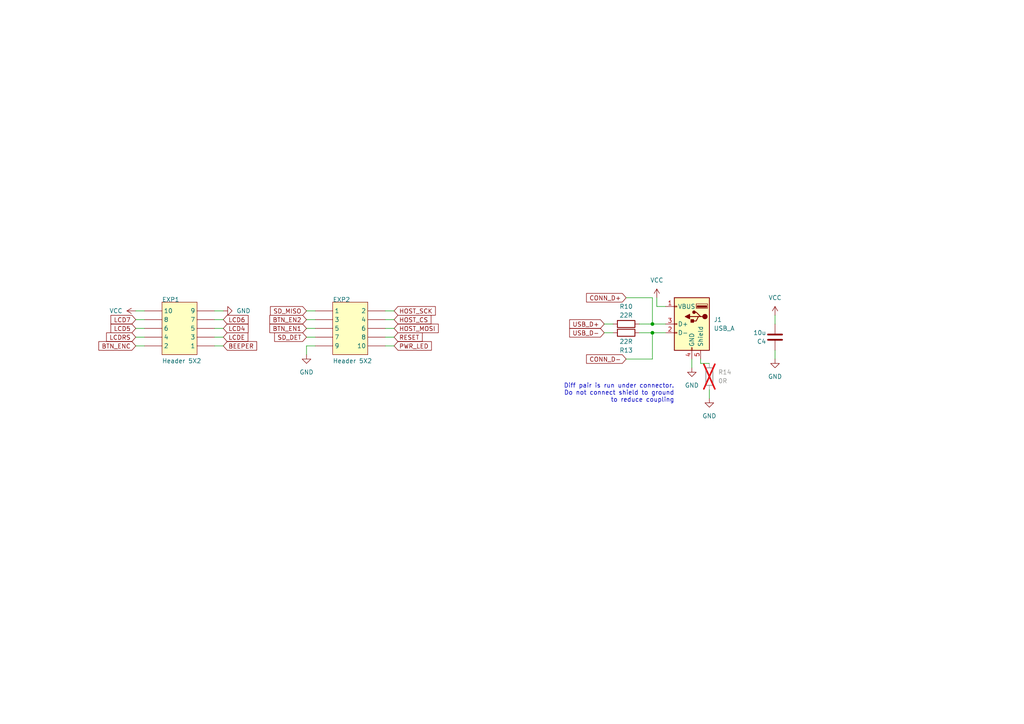
<source format=kicad_sch>
(kicad_sch (version 20230121) (generator eeschema)

  (uuid 18aed2d2-3cc0-4dab-af66-d42083ed95f5)

  (paper "A4")

  (lib_symbols
    (symbol "Connector:USB_A" (pin_names (offset 1.016)) (in_bom yes) (on_board yes)
      (property "Reference" "J" (at -5.08 11.43 0)
        (effects (font (size 1.27 1.27)) (justify left))
      )
      (property "Value" "USB_A" (at -5.08 8.89 0)
        (effects (font (size 1.27 1.27)) (justify left))
      )
      (property "Footprint" "" (at 3.81 -1.27 0)
        (effects (font (size 1.27 1.27)) hide)
      )
      (property "Datasheet" " ~" (at 3.81 -1.27 0)
        (effects (font (size 1.27 1.27)) hide)
      )
      (property "ki_keywords" "connector USB" (at 0 0 0)
        (effects (font (size 1.27 1.27)) hide)
      )
      (property "ki_description" "USB Type A connector" (at 0 0 0)
        (effects (font (size 1.27 1.27)) hide)
      )
      (property "ki_fp_filters" "USB*" (at 0 0 0)
        (effects (font (size 1.27 1.27)) hide)
      )
      (symbol "USB_A_0_1"
        (rectangle (start -5.08 -7.62) (end 5.08 7.62)
          (stroke (width 0.254) (type default))
          (fill (type background))
        )
        (circle (center -3.81 2.159) (radius 0.635)
          (stroke (width 0.254) (type default))
          (fill (type outline))
        )
        (rectangle (start -1.524 4.826) (end -4.318 5.334)
          (stroke (width 0) (type default))
          (fill (type outline))
        )
        (rectangle (start -1.27 4.572) (end -4.572 5.842)
          (stroke (width 0) (type default))
          (fill (type none))
        )
        (circle (center -0.635 3.429) (radius 0.381)
          (stroke (width 0.254) (type default))
          (fill (type outline))
        )
        (rectangle (start -0.127 -7.62) (end 0.127 -6.858)
          (stroke (width 0) (type default))
          (fill (type none))
        )
        (polyline
          (pts
            (xy -3.175 2.159)
            (xy -2.54 2.159)
            (xy -1.27 3.429)
            (xy -0.635 3.429)
          )
          (stroke (width 0.254) (type default))
          (fill (type none))
        )
        (polyline
          (pts
            (xy -2.54 2.159)
            (xy -1.905 2.159)
            (xy -1.27 0.889)
            (xy 0 0.889)
          )
          (stroke (width 0.254) (type default))
          (fill (type none))
        )
        (polyline
          (pts
            (xy 0.635 2.794)
            (xy 0.635 1.524)
            (xy 1.905 2.159)
            (xy 0.635 2.794)
          )
          (stroke (width 0.254) (type default))
          (fill (type outline))
        )
        (rectangle (start 0.254 1.27) (end -0.508 0.508)
          (stroke (width 0.254) (type default))
          (fill (type outline))
        )
        (rectangle (start 5.08 -2.667) (end 4.318 -2.413)
          (stroke (width 0) (type default))
          (fill (type none))
        )
        (rectangle (start 5.08 -0.127) (end 4.318 0.127)
          (stroke (width 0) (type default))
          (fill (type none))
        )
        (rectangle (start 5.08 4.953) (end 4.318 5.207)
          (stroke (width 0) (type default))
          (fill (type none))
        )
      )
      (symbol "USB_A_1_1"
        (polyline
          (pts
            (xy -1.905 2.159)
            (xy 0.635 2.159)
          )
          (stroke (width 0.254) (type default))
          (fill (type none))
        )
        (pin power_in line (at 7.62 5.08 180) (length 2.54)
          (name "VBUS" (effects (font (size 1.27 1.27))))
          (number "1" (effects (font (size 1.27 1.27))))
        )
        (pin bidirectional line (at 7.62 -2.54 180) (length 2.54)
          (name "D-" (effects (font (size 1.27 1.27))))
          (number "2" (effects (font (size 1.27 1.27))))
        )
        (pin bidirectional line (at 7.62 0 180) (length 2.54)
          (name "D+" (effects (font (size 1.27 1.27))))
          (number "3" (effects (font (size 1.27 1.27))))
        )
        (pin power_in line (at 0 -10.16 90) (length 2.54)
          (name "GND" (effects (font (size 1.27 1.27))))
          (number "4" (effects (font (size 1.27 1.27))))
        )
        (pin passive line (at -2.54 -10.16 90) (length 2.54)
          (name "Shield" (effects (font (size 1.27 1.27))))
          (number "5" (effects (font (size 1.27 1.27))))
        )
      )
    )
    (symbol "Device:C" (pin_numbers hide) (pin_names (offset 0.254)) (in_bom yes) (on_board yes)
      (property "Reference" "C" (at 0.635 2.54 0)
        (effects (font (size 1.27 1.27)) (justify left))
      )
      (property "Value" "C" (at 0.635 -2.54 0)
        (effects (font (size 1.27 1.27)) (justify left))
      )
      (property "Footprint" "" (at 0.9652 -3.81 0)
        (effects (font (size 1.27 1.27)) hide)
      )
      (property "Datasheet" "~" (at 0 0 0)
        (effects (font (size 1.27 1.27)) hide)
      )
      (property "ki_keywords" "cap capacitor" (at 0 0 0)
        (effects (font (size 1.27 1.27)) hide)
      )
      (property "ki_description" "Unpolarized capacitor" (at 0 0 0)
        (effects (font (size 1.27 1.27)) hide)
      )
      (property "ki_fp_filters" "C_*" (at 0 0 0)
        (effects (font (size 1.27 1.27)) hide)
      )
      (symbol "C_0_1"
        (polyline
          (pts
            (xy -2.032 -0.762)
            (xy 2.032 -0.762)
          )
          (stroke (width 0.508) (type default))
          (fill (type none))
        )
        (polyline
          (pts
            (xy -2.032 0.762)
            (xy 2.032 0.762)
          )
          (stroke (width 0.508) (type default))
          (fill (type none))
        )
      )
      (symbol "C_1_1"
        (pin passive line (at 0 3.81 270) (length 2.794)
          (name "~" (effects (font (size 1.27 1.27))))
          (number "1" (effects (font (size 1.27 1.27))))
        )
        (pin passive line (at 0 -3.81 90) (length 2.794)
          (name "~" (effects (font (size 1.27 1.27))))
          (number "2" (effects (font (size 1.27 1.27))))
        )
      )
    )
    (symbol "Device:R" (pin_numbers hide) (pin_names (offset 0)) (in_bom yes) (on_board yes)
      (property "Reference" "R" (at 2.032 0 90)
        (effects (font (size 1.27 1.27)))
      )
      (property "Value" "R" (at 0 0 90)
        (effects (font (size 1.27 1.27)))
      )
      (property "Footprint" "" (at -1.778 0 90)
        (effects (font (size 1.27 1.27)) hide)
      )
      (property "Datasheet" "~" (at 0 0 0)
        (effects (font (size 1.27 1.27)) hide)
      )
      (property "ki_keywords" "R res resistor" (at 0 0 0)
        (effects (font (size 1.27 1.27)) hide)
      )
      (property "ki_description" "Resistor" (at 0 0 0)
        (effects (font (size 1.27 1.27)) hide)
      )
      (property "ki_fp_filters" "R_*" (at 0 0 0)
        (effects (font (size 1.27 1.27)) hide)
      )
      (symbol "R_0_1"
        (rectangle (start -1.016 -2.54) (end 1.016 2.54)
          (stroke (width 0.254) (type default))
          (fill (type none))
        )
      )
      (symbol "R_1_1"
        (pin passive line (at 0 3.81 270) (length 1.27)
          (name "~" (effects (font (size 1.27 1.27))))
          (number "1" (effects (font (size 1.27 1.27))))
        )
        (pin passive line (at 0 -3.81 90) (length 1.27)
          (name "~" (effects (font (size 1.27 1.27))))
          (number "2" (effects (font (size 1.27 1.27))))
        )
      )
    )
    (symbol "power:GND" (power) (pin_names (offset 0)) (in_bom yes) (on_board yes)
      (property "Reference" "#PWR" (at 0 -6.35 0)
        (effects (font (size 1.27 1.27)) hide)
      )
      (property "Value" "GND" (at 0 -3.81 0)
        (effects (font (size 1.27 1.27)))
      )
      (property "Footprint" "" (at 0 0 0)
        (effects (font (size 1.27 1.27)) hide)
      )
      (property "Datasheet" "" (at 0 0 0)
        (effects (font (size 1.27 1.27)) hide)
      )
      (property "ki_keywords" "global power" (at 0 0 0)
        (effects (font (size 1.27 1.27)) hide)
      )
      (property "ki_description" "Power symbol creates a global label with name \"GND\" , ground" (at 0 0 0)
        (effects (font (size 1.27 1.27)) hide)
      )
      (symbol "GND_0_1"
        (polyline
          (pts
            (xy 0 0)
            (xy 0 -1.27)
            (xy 1.27 -1.27)
            (xy 0 -2.54)
            (xy -1.27 -1.27)
            (xy 0 -1.27)
          )
          (stroke (width 0) (type default))
          (fill (type none))
        )
      )
      (symbol "GND_1_1"
        (pin power_in line (at 0 0 270) (length 0) hide
          (name "GND" (effects (font (size 1.27 1.27))))
          (number "1" (effects (font (size 1.27 1.27))))
        )
      )
    )
    (symbol "power:VCC" (power) (pin_names (offset 0)) (in_bom yes) (on_board yes)
      (property "Reference" "#PWR" (at 0 -3.81 0)
        (effects (font (size 1.27 1.27)) hide)
      )
      (property "Value" "VCC" (at 0 3.81 0)
        (effects (font (size 1.27 1.27)))
      )
      (property "Footprint" "" (at 0 0 0)
        (effects (font (size 1.27 1.27)) hide)
      )
      (property "Datasheet" "" (at 0 0 0)
        (effects (font (size 1.27 1.27)) hide)
      )
      (property "ki_keywords" "global power" (at 0 0 0)
        (effects (font (size 1.27 1.27)) hide)
      )
      (property "ki_description" "Power symbol creates a global label with name \"VCC\"" (at 0 0 0)
        (effects (font (size 1.27 1.27)) hide)
      )
      (symbol "VCC_0_1"
        (polyline
          (pts
            (xy -0.762 1.27)
            (xy 0 2.54)
          )
          (stroke (width 0) (type default))
          (fill (type none))
        )
        (polyline
          (pts
            (xy 0 0)
            (xy 0 2.54)
          )
          (stroke (width 0) (type default))
          (fill (type none))
        )
        (polyline
          (pts
            (xy 0 2.54)
            (xy 0.762 1.27)
          )
          (stroke (width 0) (type default))
          (fill (type none))
        )
      )
      (symbol "VCC_1_1"
        (pin power_in line (at 0 0 90) (length 0) hide
          (name "VCC" (effects (font (size 1.27 1.27))))
          (number "1" (effects (font (size 1.27 1.27))))
        )
      )
    )
    (symbol "reprapdiscount_smart_controller-altium-import:root_0_Header 5X2" (in_bom yes) (on_board yes)
      (property "Reference" "" (at 0 0 0)
        (effects (font (size 1.27 1.27)))
      )
      (property "Value" "" (at 0 0 0)
        (effects (font (size 1.27 1.27)))
      )
      (property "Footprint" "" (at 0 0 0)
        (effects (font (size 1.27 1.27)) hide)
      )
      (property "Datasheet" "" (at 0 0 0)
        (effects (font (size 1.27 1.27)) hide)
      )
      (property "ki_description" "Header, 5-Pin, Dual row" (at 0 0 0)
        (effects (font (size 1.27 1.27)) hide)
      )
      (property "ki_fp_filters" "HDR2X5_exp" (at 0 0 0)
        (effects (font (size 1.27 1.27)) hide)
      )
      (symbol "root_0_Header 5X2_1_0"
        (rectangle (start 10.16 0) (end 0 -15.24)
          (stroke (width 0) (type solid))
          (fill (type background))
        )
        (pin passive line (at -5.08 -2.54 0) (length 5.08)
          (name "1" (effects (font (size 1.27 1.27))))
          (number "1" (effects (font (size 0 0))))
        )
        (pin passive line (at 15.24 -12.7 180) (length 5.08)
          (name "10" (effects (font (size 1.27 1.27))))
          (number "10" (effects (font (size 0 0))))
        )
        (pin passive line (at 15.24 -2.54 180) (length 5.08)
          (name "2" (effects (font (size 1.27 1.27))))
          (number "2" (effects (font (size 0 0))))
        )
        (pin passive line (at -5.08 -5.08 0) (length 5.08)
          (name "3" (effects (font (size 1.27 1.27))))
          (number "3" (effects (font (size 0 0))))
        )
        (pin passive line (at 15.24 -5.08 180) (length 5.08)
          (name "4" (effects (font (size 1.27 1.27))))
          (number "4" (effects (font (size 0 0))))
        )
        (pin passive line (at -5.08 -7.62 0) (length 5.08)
          (name "5" (effects (font (size 1.27 1.27))))
          (number "5" (effects (font (size 0 0))))
        )
        (pin passive line (at 15.24 -7.62 180) (length 5.08)
          (name "6" (effects (font (size 1.27 1.27))))
          (number "6" (effects (font (size 0 0))))
        )
        (pin passive line (at -5.08 -10.16 0) (length 5.08)
          (name "7" (effects (font (size 1.27 1.27))))
          (number "7" (effects (font (size 0 0))))
        )
        (pin passive line (at 15.24 -10.16 180) (length 5.08)
          (name "8" (effects (font (size 1.27 1.27))))
          (number "8" (effects (font (size 0 0))))
        )
        (pin passive line (at -5.08 -12.7 0) (length 5.08)
          (name "9" (effects (font (size 1.27 1.27))))
          (number "9" (effects (font (size 0 0))))
        )
      )
    )
    (symbol "reprapdiscount_smart_controller-altium-import:root_2_Header 5X2" (in_bom yes) (on_board yes)
      (property "Reference" "" (at 0 0 0)
        (effects (font (size 1.27 1.27)))
      )
      (property "Value" "" (at 0 0 0)
        (effects (font (size 1.27 1.27)))
      )
      (property "Footprint" "" (at 0 0 0)
        (effects (font (size 1.27 1.27)) hide)
      )
      (property "Datasheet" "" (at 0 0 0)
        (effects (font (size 1.27 1.27)) hide)
      )
      (property "ki_description" "Header, 5-Pin, Dual row" (at 0 0 0)
        (effects (font (size 1.27 1.27)) hide)
      )
      (property "ki_fp_filters" "HDR2X5_exp" (at 0 0 0)
        (effects (font (size 1.27 1.27)) hide)
      )
      (symbol "root_2_Header 5X2_1_0"
        (rectangle (start 0 15.24) (end -10.16 0)
          (stroke (width 0) (type solid))
          (fill (type background))
        )
        (pin passive line (at 5.08 2.54 180) (length 5.08)
          (name "1" (effects (font (size 1.27 1.27))))
          (number "1" (effects (font (size 0 0))))
        )
        (pin passive line (at -15.24 12.7 0) (length 5.08)
          (name "10" (effects (font (size 1.27 1.27))))
          (number "10" (effects (font (size 0 0))))
        )
        (pin passive line (at -15.24 2.54 0) (length 5.08)
          (name "2" (effects (font (size 1.27 1.27))))
          (number "2" (effects (font (size 0 0))))
        )
        (pin passive line (at 5.08 5.08 180) (length 5.08)
          (name "3" (effects (font (size 1.27 1.27))))
          (number "3" (effects (font (size 0 0))))
        )
        (pin passive line (at -15.24 5.08 0) (length 5.08)
          (name "4" (effects (font (size 1.27 1.27))))
          (number "4" (effects (font (size 0 0))))
        )
        (pin passive line (at 5.08 7.62 180) (length 5.08)
          (name "5" (effects (font (size 1.27 1.27))))
          (number "5" (effects (font (size 0 0))))
        )
        (pin passive line (at -15.24 7.62 0) (length 5.08)
          (name "6" (effects (font (size 1.27 1.27))))
          (number "6" (effects (font (size 0 0))))
        )
        (pin passive line (at 5.08 10.16 180) (length 5.08)
          (name "7" (effects (font (size 1.27 1.27))))
          (number "7" (effects (font (size 0 0))))
        )
        (pin passive line (at -15.24 10.16 0) (length 5.08)
          (name "8" (effects (font (size 1.27 1.27))))
          (number "8" (effects (font (size 0 0))))
        )
        (pin passive line (at 5.08 12.7 180) (length 5.08)
          (name "9" (effects (font (size 1.27 1.27))))
          (number "9" (effects (font (size 0 0))))
        )
      )
    )
  )

  (junction (at 189.23 93.98) (diameter 0) (color 0 0 0 0)
    (uuid 303b8f72-d5a9-4aee-9a86-a33d12a2c252)
  )
  (junction (at 189.23 96.52) (diameter 0) (color 0 0 0 0)
    (uuid 6a139a6d-3d28-48ee-8e9e-2c35f0243637)
  )

  (wire (pts (xy 88.9 100.33) (xy 88.9 102.87))
    (stroke (width 0) (type default))
    (uuid 02928ea1-dbb3-4913-9646-311a7e9af13d)
  )
  (wire (pts (xy 88.9 92.71) (xy 91.44 92.71))
    (stroke (width 0) (type default))
    (uuid 1e6dca7c-614b-49a3-9d53-c583e7136ca5)
  )
  (wire (pts (xy 189.23 96.52) (xy 193.04 96.52))
    (stroke (width 0) (type default))
    (uuid 2399a9bb-527b-4f37-9a09-0af06181257a)
  )
  (wire (pts (xy 189.23 86.36) (xy 181.61 86.36))
    (stroke (width 0) (type default))
    (uuid 45e25af1-bb1f-4df8-8c90-a50e69eda8f7)
  )
  (wire (pts (xy 185.42 96.52) (xy 189.23 96.52))
    (stroke (width 0) (type default))
    (uuid 46c37caf-e396-4d9d-b42d-9fa093ebdf46)
  )
  (wire (pts (xy 200.66 104.14) (xy 200.66 106.68))
    (stroke (width 0) (type default))
    (uuid 492efaa0-433b-4776-b573-4588fa38b353)
  )
  (wire (pts (xy 88.9 97.79) (xy 91.44 97.79))
    (stroke (width 0) (type default))
    (uuid 4b2b242c-d7dc-4ae7-acf6-33c4b8ee05d2)
  )
  (wire (pts (xy 205.74 105.41) (xy 203.2 105.41))
    (stroke (width 0) (type default))
    (uuid 5613b52f-ed52-40c8-9625-209d91d584cf)
  )
  (wire (pts (xy 189.23 93.98) (xy 189.23 86.36))
    (stroke (width 0) (type default))
    (uuid 61961db0-ff29-4cc6-887c-5dd38afb3357)
  )
  (wire (pts (xy 189.23 104.14) (xy 189.23 96.52))
    (stroke (width 0) (type default))
    (uuid 626271f6-aa3a-426a-8ddb-4a2786b63de2)
  )
  (wire (pts (xy 62.23 95.25) (xy 64.77 95.25))
    (stroke (width 0) (type default))
    (uuid 682b11dc-2272-4bc5-8b93-256a50d5bc0c)
  )
  (wire (pts (xy 175.26 96.52) (xy 177.8 96.52))
    (stroke (width 0) (type default))
    (uuid 72b7b561-1f1d-4ddf-9326-81333aee4e3c)
  )
  (wire (pts (xy 39.37 92.71) (xy 41.91 92.71))
    (stroke (width 0) (type default))
    (uuid 76613038-bd81-4c31-aff7-3b4fed24b078)
  )
  (wire (pts (xy 181.61 104.14) (xy 189.23 104.14))
    (stroke (width 0) (type default))
    (uuid 7bec38d1-3aee-4f50-a491-05496ffdffa0)
  )
  (wire (pts (xy 91.44 100.33) (xy 88.9 100.33))
    (stroke (width 0) (type default))
    (uuid 8593dfa2-5627-48f9-a424-24980740a39b)
  )
  (wire (pts (xy 205.74 113.03) (xy 205.74 115.57))
    (stroke (width 0) (type default))
    (uuid 8b961d49-c0d3-439d-af89-c86bd88ecf9a)
  )
  (wire (pts (xy 175.26 93.98) (xy 177.8 93.98))
    (stroke (width 0) (type default))
    (uuid 8e67b64e-8114-40d1-8f99-492ec7068c4a)
  )
  (wire (pts (xy 88.9 90.17) (xy 91.44 90.17))
    (stroke (width 0) (type default))
    (uuid 958d8602-36fb-42d5-b34e-7ad257807a7c)
  )
  (wire (pts (xy 203.2 105.41) (xy 203.2 104.14))
    (stroke (width 0) (type default))
    (uuid 9dcc2438-ac26-4414-a2b3-2fc4989232ba)
  )
  (wire (pts (xy 111.76 92.71) (xy 114.3 92.71))
    (stroke (width 0) (type default))
    (uuid a3c7239d-8ca9-4562-8125-bc3661127656)
  )
  (wire (pts (xy 39.37 100.33) (xy 41.91 100.33))
    (stroke (width 0) (type default))
    (uuid a665ae3b-47a1-48d1-b635-59a089c292f4)
  )
  (wire (pts (xy 39.37 97.79) (xy 41.91 97.79))
    (stroke (width 0) (type default))
    (uuid a86d4961-be3a-4c43-b9fa-b6dac0a055da)
  )
  (wire (pts (xy 111.76 90.17) (xy 114.3 90.17))
    (stroke (width 0) (type default))
    (uuid ac907edd-6c35-4239-92e8-f0459c525626)
  )
  (wire (pts (xy 111.76 95.25) (xy 114.3 95.25))
    (stroke (width 0) (type default))
    (uuid b75ba6c6-2802-4c75-a165-65fb48bdd424)
  )
  (wire (pts (xy 111.76 100.33) (xy 114.3 100.33))
    (stroke (width 0) (type default))
    (uuid c601be2c-fa20-4da7-b0dc-d891a6aec191)
  )
  (wire (pts (xy 190.5 86.36) (xy 190.5 88.9))
    (stroke (width 0) (type default))
    (uuid cb662bec-90ce-4e16-bd7e-956a71d8955a)
  )
  (wire (pts (xy 111.76 97.79) (xy 114.3 97.79))
    (stroke (width 0) (type default))
    (uuid cbe7e3a5-ba71-4f54-8db1-8bd9bba3f537)
  )
  (wire (pts (xy 62.23 92.71) (xy 64.77 92.71))
    (stroke (width 0) (type default))
    (uuid cc862aa4-b3e4-4493-bdc1-f4b4c094233e)
  )
  (wire (pts (xy 62.23 97.79) (xy 64.77 97.79))
    (stroke (width 0) (type default))
    (uuid ce0d01ce-b34c-4288-a8e7-34b8c79022f6)
  )
  (wire (pts (xy 88.9 95.25) (xy 91.44 95.25))
    (stroke (width 0) (type default))
    (uuid d2392d5d-127b-43f7-a921-59d0d178195b)
  )
  (wire (pts (xy 62.23 90.17) (xy 64.77 90.17))
    (stroke (width 0) (type default))
    (uuid d7a4b169-9ad6-4d34-aa9a-e120c5ab7656)
  )
  (wire (pts (xy 62.23 100.33) (xy 64.77 100.33))
    (stroke (width 0) (type default))
    (uuid db3fffba-6f9c-4554-9b74-b068aaa00cdc)
  )
  (wire (pts (xy 224.79 101.6) (xy 224.79 104.14))
    (stroke (width 0) (type default))
    (uuid e0b6556e-801b-421a-bfc1-4954aa27714c)
  )
  (wire (pts (xy 224.79 91.44) (xy 224.79 93.98))
    (stroke (width 0) (type default))
    (uuid ef66ae87-eddd-47e2-bb5f-e0168f46c5bb)
  )
  (wire (pts (xy 39.37 95.25) (xy 41.91 95.25))
    (stroke (width 0) (type default))
    (uuid f09c327d-1c26-4954-aff9-70d193fe8fb6)
  )
  (wire (pts (xy 190.5 88.9) (xy 193.04 88.9))
    (stroke (width 0) (type default))
    (uuid f61a612a-4ad3-42e4-8468-03d9195a1377)
  )
  (wire (pts (xy 185.42 93.98) (xy 189.23 93.98))
    (stroke (width 0) (type default))
    (uuid f8a5ec57-fc61-49dc-8975-6d2d81395294)
  )
  (wire (pts (xy 39.37 90.17) (xy 41.91 90.17))
    (stroke (width 0) (type default))
    (uuid f961f139-ad70-4241-8505-74bd2dda4653)
  )
  (wire (pts (xy 189.23 93.98) (xy 193.04 93.98))
    (stroke (width 0) (type default))
    (uuid ffc48711-5a9a-44c0-ab1b-cfb3c840bd4d)
  )

  (text "Diff pair is run under connector.\nDo not connect shield to ground\nto reduce coupling"
    (at 195.58 116.84 0)
    (effects (font (size 1.27 1.27)) (justify right bottom))
    (uuid 43c838d4-8c2e-4f84-8ffe-e6188ba820e4)
  )

  (global_label "CONN_D-" (shape input) (at 181.61 104.14 180) (fields_autoplaced)
    (effects (font (size 1.27 1.27)) (justify right))
    (uuid 02626e4c-07a4-4446-94a2-3b0c3500610a)
    (property "Intersheetrefs" "${INTERSHEET_REFS}" (at 169.6327 104.14 0)
      (effects (font (size 1.27 1.27)) (justify right) hide)
    )
  )
  (global_label "LCD7" (shape input) (at 39.37 92.71 180) (fields_autoplaced)
    (effects (font (size 1.27 1.27)) (justify right))
    (uuid 1b978433-546e-47dd-b6df-b1ad79b98089)
    (property "Intersheetrefs" "${INTERSHEET_REFS}" (at 31.6866 92.71 0)
      (effects (font (size 1.27 1.27)) (justify right) hide)
    )
  )
  (global_label "CONN_D+" (shape input) (at 181.61 86.36 180) (fields_autoplaced)
    (effects (font (size 1.27 1.27)) (justify right))
    (uuid 263baf3d-145a-4077-a6e6-6a8404c161fd)
    (property "Intersheetrefs" "${INTERSHEET_REFS}" (at 169.6327 86.36 0)
      (effects (font (size 1.27 1.27)) (justify right) hide)
    )
  )
  (global_label "HOST_CS" (shape input) (at 114.3 92.71 0) (fields_autoplaced)
    (effects (font (size 1.27 1.27)) (justify left))
    (uuid 3260d8b7-fd81-41cc-a5db-0f7614f6b321)
    (property "Intersheetrefs" "${INTERSHEET_REFS}" (at 125.491 92.71 0)
      (effects (font (size 1.27 1.27)) (justify left) hide)
    )
  )
  (global_label "BTN_EN1" (shape input) (at 88.9 95.25 180) (fields_autoplaced)
    (effects (font (size 1.27 1.27)) (justify right))
    (uuid 3e82b69c-af49-42b7-87cb-86117ba8e6e1)
    (property "Intersheetrefs" "${INTERSHEET_REFS}" (at 77.7695 95.25 0)
      (effects (font (size 1.27 1.27)) (justify right) hide)
    )
  )
  (global_label "BTN_ENC" (shape input) (at 39.37 100.33 180) (fields_autoplaced)
    (effects (font (size 1.27 1.27)) (justify right))
    (uuid 558954e3-489c-4954-b7c2-67bd9423655e)
    (property "Intersheetrefs" "${INTERSHEET_REFS}" (at 28.179 100.33 0)
      (effects (font (size 1.27 1.27)) (justify right) hide)
    )
  )
  (global_label "BEEPER" (shape input) (at 64.77 100.33 0) (fields_autoplaced)
    (effects (font (size 1.27 1.27)) (justify left))
    (uuid 5f08a725-ffe9-4d8e-9098-e20391933a94)
    (property "Intersheetrefs" "${INTERSHEET_REFS}" (at 74.9328 100.33 0)
      (effects (font (size 1.27 1.27)) (justify left) hide)
    )
  )
  (global_label "PWR_LED" (shape input) (at 114.3 100.33 0) (fields_autoplaced)
    (effects (font (size 1.27 1.27)) (justify left))
    (uuid 6ee790dc-097b-4bfe-b27c-f20351d1504e)
    (property "Intersheetrefs" "${INTERSHEET_REFS}" (at 125.6119 100.33 0)
      (effects (font (size 1.27 1.27)) (justify left) hide)
    )
  )
  (global_label "LCDE" (shape input) (at 64.77 97.79 0) (fields_autoplaced)
    (effects (font (size 1.27 1.27)) (justify left))
    (uuid 7e2df859-4bd0-498b-8658-0e83bb1fe034)
    (property "Intersheetrefs" "${INTERSHEET_REFS}" (at 72.3929 97.79 0)
      (effects (font (size 1.27 1.27)) (justify left) hide)
    )
  )
  (global_label "SD_MISO" (shape input) (at 88.9 90.17 180) (fields_autoplaced)
    (effects (font (size 1.27 1.27)) (justify right))
    (uuid 85d9ebeb-b7a9-495e-98a8-94b5149e7d24)
    (property "Intersheetrefs" "${INTERSHEET_REFS}" (at 77.9509 90.17 0)
      (effects (font (size 1.27 1.27)) (justify right) hide)
    )
  )
  (global_label "HOST_MOSI" (shape input) (at 114.3 95.25 0) (fields_autoplaced)
    (effects (font (size 1.27 1.27)) (justify left))
    (uuid 8d776dba-72ac-4f20-9b7b-9c73d2225ef0)
    (property "Intersheetrefs" "${INTERSHEET_REFS}" (at 127.6077 95.25 0)
      (effects (font (size 1.27 1.27)) (justify left) hide)
    )
  )
  (global_label "HOST_SCK" (shape input) (at 114.3 90.17 0) (fields_autoplaced)
    (effects (font (size 1.27 1.27)) (justify left))
    (uuid 9893c8e2-eb92-4b31-88a0-15a1e2b937af)
    (property "Intersheetrefs" "${INTERSHEET_REFS}" (at 126.761 90.17 0)
      (effects (font (size 1.27 1.27)) (justify left) hide)
    )
  )
  (global_label "USB_D+" (shape input) (at 175.26 93.98 180) (fields_autoplaced)
    (effects (font (size 1.27 1.27)) (justify right))
    (uuid aae358d8-06e6-4cff-8ea4-f02809504aa3)
    (property "Intersheetrefs" "${INTERSHEET_REFS}" (at 164.7342 93.98 0)
      (effects (font (size 1.27 1.27)) (justify right) hide)
    )
  )
  (global_label "LCD6" (shape input) (at 64.77 92.71 0) (fields_autoplaced)
    (effects (font (size 1.27 1.27)) (justify left))
    (uuid b9930e94-5799-47a6-bf18-7c22d0251527)
    (property "Intersheetrefs" "${INTERSHEET_REFS}" (at 72.4534 92.71 0)
      (effects (font (size 1.27 1.27)) (justify left) hide)
    )
  )
  (global_label "USB_D-" (shape input) (at 175.26 96.52 180) (fields_autoplaced)
    (effects (font (size 1.27 1.27)) (justify right))
    (uuid bd4d77b4-9f89-4668-b325-5b961c9c84ad)
    (property "Intersheetrefs" "${INTERSHEET_REFS}" (at 164.7342 96.52 0)
      (effects (font (size 1.27 1.27)) (justify right) hide)
    )
  )
  (global_label "BTN_EN2" (shape input) (at 88.9 92.71 180) (fields_autoplaced)
    (effects (font (size 1.27 1.27)) (justify right))
    (uuid c2346150-5704-4669-9e13-dde9b9819812)
    (property "Intersheetrefs" "${INTERSHEET_REFS}" (at 77.7695 92.71 0)
      (effects (font (size 1.27 1.27)) (justify right) hide)
    )
  )
  (global_label "RESET" (shape input) (at 114.3 97.79 0) (fields_autoplaced)
    (effects (font (size 1.27 1.27)) (justify left))
    (uuid c99907c1-e1b3-48c8-8dcf-f330fd5c8df7)
    (property "Intersheetrefs" "${INTERSHEET_REFS}" (at 122.9509 97.79 0)
      (effects (font (size 1.27 1.27)) (justify left) hide)
    )
  )
  (global_label "SD_DET" (shape input) (at 88.9 97.79 180) (fields_autoplaced)
    (effects (font (size 1.27 1.27)) (justify right))
    (uuid e13d3cf7-a484-4f46-8cf8-f3cab96abb15)
    (property "Intersheetrefs" "${INTERSHEET_REFS}" (at 79.1605 97.79 0)
      (effects (font (size 1.27 1.27)) (justify right) hide)
    )
  )
  (global_label "LCD4" (shape input) (at 64.77 95.25 0) (fields_autoplaced)
    (effects (font (size 1.27 1.27)) (justify left))
    (uuid e1dbc519-355e-4182-873b-d7bb9e926aeb)
    (property "Intersheetrefs" "${INTERSHEET_REFS}" (at 72.4534 95.25 0)
      (effects (font (size 1.27 1.27)) (justify left) hide)
    )
  )
  (global_label "LCD5" (shape input) (at 39.37 95.25 180) (fields_autoplaced)
    (effects (font (size 1.27 1.27)) (justify right))
    (uuid eff73343-810b-4411-a055-06ef352656f6)
    (property "Intersheetrefs" "${INTERSHEET_REFS}" (at 31.6866 95.25 0)
      (effects (font (size 1.27 1.27)) (justify right) hide)
    )
  )
  (global_label "LCDRS" (shape input) (at 39.37 97.79 180) (fields_autoplaced)
    (effects (font (size 1.27 1.27)) (justify right))
    (uuid fe0c25f1-c3d5-4876-afbd-b47c30cf3ae6)
    (property "Intersheetrefs" "${INTERSHEET_REFS}" (at 30.4166 97.79 0)
      (effects (font (size 1.27 1.27)) (justify right) hide)
    )
  )

  (symbol (lib_id "reprapdiscount_smart_controller-altium-import:root_2_Header 5X2") (at 57.15 102.87 0) (unit 1)
    (in_bom yes) (on_board yes) (dnp no)
    (uuid 00ef2ffd-d2fb-4c36-bf25-c1da8db8b04e)
    (property "Reference" "EXP1" (at 46.99 87.63 0)
      (effects (font (size 1.27 1.27)) (justify left bottom))
    )
    (property "Value" "Header 5X2" (at 46.99 105.41 0)
      (effects (font (size 1.27 1.27)) (justify left bottom))
    )
    (property "Footprint" "reprapdiscount_smart_controller:HDR2X5_EXP" (at 57.15 102.87 0)
      (effects (font (size 1.27 1.27)) hide)
    )
    (property "Datasheet" "" (at 57.15 102.87 0)
      (effects (font (size 1.27 1.27)) hide)
    )
    (property "Digikey" "1175-1627-ND" (at 57.15 102.87 0)
      (effects (font (size 1.27 1.27)) hide)
    )
    (pin "1" (uuid 63d732ef-7d59-4c05-9803-32f39ccdd195))
    (pin "10" (uuid ab8bdf25-8791-4901-b502-7cdc307993b4))
    (pin "2" (uuid 72ac295c-1abe-41ee-9a88-8e14250d381a))
    (pin "3" (uuid db9b640f-9b0b-47c8-ba46-81d1ae0b4fa3))
    (pin "4" (uuid 054c9b4a-9b83-4212-8c82-e91d031b80d5))
    (pin "5" (uuid 316f7fcd-3c86-4638-a132-c750daccca5b))
    (pin "6" (uuid 92b26459-a08e-41a4-99a2-c717b7f40a92))
    (pin "7" (uuid 6504dd0d-abb2-4009-86a0-80f9758472fc))
    (pin "8" (uuid c4214281-be44-4d16-b8a2-fc2bf5c0fc69))
    (pin "9" (uuid e7ed8f9f-f1af-4457-a363-98933e7a66f8))
    (instances
      (project "reprapdiscount_smart_controller"
        (path "/c20eb3f6-d157-43e2-84ab-82664a430dd1"
          (reference "EXP1") (unit 1)
        )
        (path "/c20eb3f6-d157-43e2-84ab-82664a430dd1/be849d88-3024-45d5-8ff2-8e62174be24e"
          (reference "EXP1") (unit 1)
        )
      )
    )
  )

  (symbol (lib_id "Device:C") (at 224.79 97.79 0) (mirror x) (unit 1)
    (in_bom yes) (on_board yes) (dnp no)
    (uuid 1d152c74-44ea-499c-af5e-9d2d683addca)
    (property "Reference" "C4" (at 222.25 99.06 0)
      (effects (font (size 1.27 1.27)) (justify right))
    )
    (property "Value" "10u" (at 222.25 96.52 0)
      (effects (font (size 1.27 1.27)) (justify right))
    )
    (property "Footprint" "Capacitor_SMD:C_0805_2012Metric_Pad1.18x1.45mm_HandSolder" (at 225.7552 93.98 0)
      (effects (font (size 1.27 1.27)) hide)
    )
    (property "Datasheet" "~" (at 224.79 97.79 0)
      (effects (font (size 1.27 1.27)) hide)
    )
    (property "Digikey" "1276-2399-1-ND" (at 224.79 97.79 0)
      (effects (font (size 1.27 1.27)) hide)
    )
    (pin "1" (uuid 1a4701f8-15bd-446b-8603-3687fb175cf6))
    (pin "2" (uuid 3d8ae2a5-bd5b-406d-86ac-2090e8164c3c))
    (instances
      (project "reprapdiscount_smart_controller"
        (path "/c20eb3f6-d157-43e2-84ab-82664a430dd1"
          (reference "C4") (unit 1)
        )
        (path "/c20eb3f6-d157-43e2-84ab-82664a430dd1/be849d88-3024-45d5-8ff2-8e62174be24e"
          (reference "C4") (unit 1)
        )
      )
    )
  )

  (symbol (lib_id "Connector:USB_A") (at 200.66 93.98 0) (mirror y) (unit 1)
    (in_bom yes) (on_board yes) (dnp no) (fields_autoplaced)
    (uuid 20439e95-13ab-4ff4-84a1-370e2bb7b29e)
    (property "Reference" "J1" (at 207.01 92.71 0)
      (effects (font (size 1.27 1.27)) (justify right))
    )
    (property "Value" "USB_A" (at 207.01 95.25 0)
      (effects (font (size 1.27 1.27)) (justify right))
    )
    (property "Footprint" "Gigahawk:USB_A_Stewart_SS-52100-001_Horizontal" (at 196.85 95.25 0)
      (effects (font (size 1.27 1.27)) hide)
    )
    (property "Datasheet" " ~" (at 196.85 95.25 0)
      (effects (font (size 1.27 1.27)) hide)
    )
    (property "Digikey" "380-1412-ND" (at 200.66 93.98 0)
      (effects (font (size 1.27 1.27)) hide)
    )
    (pin "1" (uuid 2dcd0b6c-606a-42ab-a73b-51485ffcde82))
    (pin "2" (uuid dc8f0f78-1b0f-4ce9-843b-c49b6409f191))
    (pin "3" (uuid d292712d-6f38-4945-964e-df672dce09da))
    (pin "4" (uuid d7eb46e9-a68d-4771-a1a9-4c881bd76659))
    (pin "5" (uuid b0e0090d-9323-49b2-98f5-30f6dbc96b11))
    (instances
      (project "reprapdiscount_smart_controller"
        (path "/c20eb3f6-d157-43e2-84ab-82664a430dd1"
          (reference "J1") (unit 1)
        )
        (path "/c20eb3f6-d157-43e2-84ab-82664a430dd1/be849d88-3024-45d5-8ff2-8e62174be24e"
          (reference "J1") (unit 1)
        )
      )
    )
  )

  (symbol (lib_id "Device:R") (at 181.61 93.98 90) (unit 1)
    (in_bom yes) (on_board yes) (dnp no)
    (uuid 2d0d7177-5c27-4c4b-a5a7-5d49e943ba5e)
    (property "Reference" "R10" (at 181.61 88.9 90)
      (effects (font (size 1.27 1.27)))
    )
    (property "Value" "22R" (at 181.61 91.44 90)
      (effects (font (size 1.27 1.27)))
    )
    (property "Footprint" "Resistor_SMD:R_0805_2012Metric_Pad1.20x1.40mm_HandSolder" (at 181.61 95.758 90)
      (effects (font (size 1.27 1.27)) hide)
    )
    (property "Datasheet" "~" (at 181.61 93.98 0)
      (effects (font (size 1.27 1.27)) hide)
    )
    (property "Digikey" "311-22ARCT-ND" (at 181.61 93.98 0)
      (effects (font (size 1.27 1.27)) hide)
    )
    (pin "1" (uuid 262af56a-8a97-4ca2-ac23-716384266241))
    (pin "2" (uuid c03765c5-c15c-4610-b094-b97769b878ac))
    (instances
      (project "reprapdiscount_smart_controller"
        (path "/c20eb3f6-d157-43e2-84ab-82664a430dd1"
          (reference "R10") (unit 1)
        )
        (path "/c20eb3f6-d157-43e2-84ab-82664a430dd1/be849d88-3024-45d5-8ff2-8e62174be24e"
          (reference "R10") (unit 1)
        )
      )
    )
  )

  (symbol (lib_id "Device:R") (at 181.61 96.52 90) (mirror x) (unit 1)
    (in_bom yes) (on_board yes) (dnp no)
    (uuid 34a6e27e-fe5a-4518-a4a8-f47741afd50c)
    (property "Reference" "R13" (at 181.61 101.6 90)
      (effects (font (size 1.27 1.27)))
    )
    (property "Value" "22R" (at 181.61 99.06 90)
      (effects (font (size 1.27 1.27)))
    )
    (property "Footprint" "Resistor_SMD:R_0805_2012Metric_Pad1.20x1.40mm_HandSolder" (at 181.61 94.742 90)
      (effects (font (size 1.27 1.27)) hide)
    )
    (property "Datasheet" "~" (at 181.61 96.52 0)
      (effects (font (size 1.27 1.27)) hide)
    )
    (property "Digikey" "311-22ARCT-ND" (at 181.61 96.52 0)
      (effects (font (size 1.27 1.27)) hide)
    )
    (pin "1" (uuid e867031f-e29f-4887-90ac-de41aeece895))
    (pin "2" (uuid 448227f0-4c03-466b-bd91-1a061e6a697a))
    (instances
      (project "reprapdiscount_smart_controller"
        (path "/c20eb3f6-d157-43e2-84ab-82664a430dd1"
          (reference "R13") (unit 1)
        )
        (path "/c20eb3f6-d157-43e2-84ab-82664a430dd1/be849d88-3024-45d5-8ff2-8e62174be24e"
          (reference "R13") (unit 1)
        )
      )
    )
  )

  (symbol (lib_id "power:VCC") (at 190.5 86.36 0) (unit 1)
    (in_bom yes) (on_board yes) (dnp no) (fields_autoplaced)
    (uuid 37090081-c36d-4901-afaa-3cd162a03a1e)
    (property "Reference" "#PWR013" (at 190.5 90.17 0)
      (effects (font (size 1.27 1.27)) hide)
    )
    (property "Value" "VCC" (at 190.5 81.28 0)
      (effects (font (size 1.27 1.27)))
    )
    (property "Footprint" "" (at 190.5 86.36 0)
      (effects (font (size 1.27 1.27)) hide)
    )
    (property "Datasheet" "" (at 190.5 86.36 0)
      (effects (font (size 1.27 1.27)) hide)
    )
    (pin "1" (uuid f243eb86-2e80-41ac-9f7b-27cddfb3c7d0))
    (instances
      (project "reprapdiscount_smart_controller"
        (path "/c20eb3f6-d157-43e2-84ab-82664a430dd1"
          (reference "#PWR013") (unit 1)
        )
        (path "/c20eb3f6-d157-43e2-84ab-82664a430dd1/be849d88-3024-45d5-8ff2-8e62174be24e"
          (reference "#PWR013") (unit 1)
        )
      )
    )
  )

  (symbol (lib_id "power:VCC") (at 39.37 90.17 90) (unit 1)
    (in_bom yes) (on_board yes) (dnp no) (fields_autoplaced)
    (uuid 39d006de-71cd-48fc-a933-7be0f268db73)
    (property "Reference" "#PWR014" (at 43.18 90.17 0)
      (effects (font (size 1.27 1.27)) hide)
    )
    (property "Value" "VCC" (at 35.56 90.17 90)
      (effects (font (size 1.27 1.27)) (justify left))
    )
    (property "Footprint" "" (at 39.37 90.17 0)
      (effects (font (size 1.27 1.27)) hide)
    )
    (property "Datasheet" "" (at 39.37 90.17 0)
      (effects (font (size 1.27 1.27)) hide)
    )
    (pin "1" (uuid 97ec8d08-453d-49a8-ace5-73c82e56a216))
    (instances
      (project "reprapdiscount_smart_controller"
        (path "/c20eb3f6-d157-43e2-84ab-82664a430dd1"
          (reference "#PWR014") (unit 1)
        )
        (path "/c20eb3f6-d157-43e2-84ab-82664a430dd1/be849d88-3024-45d5-8ff2-8e62174be24e"
          (reference "#PWR04") (unit 1)
        )
      )
    )
  )

  (symbol (lib_id "power:GND") (at 64.77 90.17 90) (unit 1)
    (in_bom yes) (on_board yes) (dnp no) (fields_autoplaced)
    (uuid 7062573a-bce6-4bd0-b19e-c8c92495750a)
    (property "Reference" "#PWR016" (at 71.12 90.17 0)
      (effects (font (size 1.27 1.27)) hide)
    )
    (property "Value" "GND" (at 68.58 90.17 90)
      (effects (font (size 1.27 1.27)) (justify right))
    )
    (property "Footprint" "" (at 64.77 90.17 0)
      (effects (font (size 1.27 1.27)) hide)
    )
    (property "Datasheet" "" (at 64.77 90.17 0)
      (effects (font (size 1.27 1.27)) hide)
    )
    (pin "1" (uuid 0cf7ea2e-26b2-4ca6-bf8b-ff64b306b3bf))
    (instances
      (project "reprapdiscount_smart_controller"
        (path "/c20eb3f6-d157-43e2-84ab-82664a430dd1"
          (reference "#PWR016") (unit 1)
        )
        (path "/c20eb3f6-d157-43e2-84ab-82664a430dd1/be849d88-3024-45d5-8ff2-8e62174be24e"
          (reference "#PWR014") (unit 1)
        )
      )
    )
  )

  (symbol (lib_id "power:GND") (at 200.66 106.68 0) (unit 1)
    (in_bom yes) (on_board yes) (dnp no) (fields_autoplaced)
    (uuid 7129e67d-2aa8-4a4a-9ced-06ca616261b8)
    (property "Reference" "#PWR036" (at 200.66 113.03 0)
      (effects (font (size 1.27 1.27)) hide)
    )
    (property "Value" "GND" (at 200.66 111.76 0)
      (effects (font (size 1.27 1.27)))
    )
    (property "Footprint" "" (at 200.66 106.68 0)
      (effects (font (size 1.27 1.27)) hide)
    )
    (property "Datasheet" "" (at 200.66 106.68 0)
      (effects (font (size 1.27 1.27)) hide)
    )
    (pin "1" (uuid 3b9d35fb-38fa-4e12-bb51-054d93f82576))
    (instances
      (project "reprapdiscount_smart_controller"
        (path "/c20eb3f6-d157-43e2-84ab-82664a430dd1"
          (reference "#PWR036") (unit 1)
        )
        (path "/c20eb3f6-d157-43e2-84ab-82664a430dd1/be849d88-3024-45d5-8ff2-8e62174be24e"
          (reference "#PWR017") (unit 1)
        )
      )
    )
  )

  (symbol (lib_id "reprapdiscount_smart_controller-altium-import:root_0_Header 5X2") (at 96.52 87.63 0) (unit 1)
    (in_bom yes) (on_board yes) (dnp no)
    (uuid 7170a000-c818-4ef9-8368-2721f21940e6)
    (property "Reference" "EXP2" (at 96.52 87.63 0)
      (effects (font (size 1.27 1.27)) (justify left bottom))
    )
    (property "Value" "Header 5X2" (at 96.52 105.41 0)
      (effects (font (size 1.27 1.27)) (justify left bottom))
    )
    (property "Footprint" "reprapdiscount_smart_controller:HDR2X5_EXP" (at 96.52 87.63 0)
      (effects (font (size 1.27 1.27)) hide)
    )
    (property "Datasheet" "" (at 96.52 87.63 0)
      (effects (font (size 1.27 1.27)) hide)
    )
    (property "Digikey" "1175-1627-ND" (at 96.52 87.63 0)
      (effects (font (size 1.27 1.27)) hide)
    )
    (pin "1" (uuid 2de98a43-0461-4ced-9946-e2d921c29292))
    (pin "10" (uuid 7f08dd63-4383-4ad1-8df3-9c1e1a7907cf))
    (pin "2" (uuid c3acbbb4-56ef-44fe-b257-629a5c528752))
    (pin "3" (uuid d34d6629-b717-4832-b3a6-6859dd0c54d3))
    (pin "4" (uuid 4072f601-45d3-4a37-b4a1-a0e5ef84f440))
    (pin "5" (uuid 7b301bc1-1fdc-4000-bb94-88a120904ba3))
    (pin "6" (uuid 4d2fc8eb-2c88-4ef4-bf12-137b1dbfdfca))
    (pin "7" (uuid 807c5ac4-770e-4ce1-bebd-71b6599ee2cc))
    (pin "8" (uuid b7fe529f-a511-4d8f-aaf3-473bbd15569c))
    (pin "9" (uuid 81137ade-a014-465b-99c7-2ebf70ee0826))
    (instances
      (project "reprapdiscount_smart_controller"
        (path "/c20eb3f6-d157-43e2-84ab-82664a430dd1"
          (reference "EXP2") (unit 1)
        )
        (path "/c20eb3f6-d157-43e2-84ab-82664a430dd1/be849d88-3024-45d5-8ff2-8e62174be24e"
          (reference "EXP2") (unit 1)
        )
      )
    )
  )

  (symbol (lib_id "power:GND") (at 224.79 104.14 0) (unit 1)
    (in_bom yes) (on_board yes) (dnp no) (fields_autoplaced)
    (uuid 7e6d5ebe-2b92-45ad-aa04-22b6fee765b3)
    (property "Reference" "#PWR020" (at 224.79 110.49 0)
      (effects (font (size 1.27 1.27)) hide)
    )
    (property "Value" "GND" (at 224.79 109.22 0)
      (effects (font (size 1.27 1.27)))
    )
    (property "Footprint" "" (at 224.79 104.14 0)
      (effects (font (size 1.27 1.27)) hide)
    )
    (property "Datasheet" "" (at 224.79 104.14 0)
      (effects (font (size 1.27 1.27)) hide)
    )
    (pin "1" (uuid 0bd8417b-4b4e-447f-93ac-4324baa540be))
    (instances
      (project "reprapdiscount_smart_controller"
        (path "/c20eb3f6-d157-43e2-84ab-82664a430dd1"
          (reference "#PWR020") (unit 1)
        )
        (path "/c20eb3f6-d157-43e2-84ab-82664a430dd1/be849d88-3024-45d5-8ff2-8e62174be24e"
          (reference "#PWR036") (unit 1)
        )
      )
    )
  )

  (symbol (lib_id "Device:R") (at 205.74 109.22 0) (unit 1)
    (in_bom yes) (on_board yes) (dnp yes) (fields_autoplaced)
    (uuid 94245248-6355-4500-bfc8-87026e703bfb)
    (property "Reference" "R14" (at 208.28 107.95 0)
      (effects (font (size 1.27 1.27)) (justify left))
    )
    (property "Value" "0R" (at 208.28 110.49 0)
      (effects (font (size 1.27 1.27)) (justify left))
    )
    (property "Footprint" "Resistor_SMD:R_0805_2012Metric_Pad1.20x1.40mm_HandSolder" (at 203.962 109.22 90)
      (effects (font (size 1.27 1.27)) hide)
    )
    (property "Datasheet" "~" (at 205.74 109.22 0)
      (effects (font (size 1.27 1.27)) hide)
    )
    (property "Digikey" "RMCF0805ZT0R00CT-ND" (at 205.74 109.22 0)
      (effects (font (size 1.27 1.27)) hide)
    )
    (pin "1" (uuid 8bfacdc1-2047-4c81-be54-0831b5252410))
    (pin "2" (uuid 360e8d0f-9839-459d-b033-4a667cc9fdd7))
    (instances
      (project "reprapdiscount_smart_controller"
        (path "/c20eb3f6-d157-43e2-84ab-82664a430dd1"
          (reference "R14") (unit 1)
        )
        (path "/c20eb3f6-d157-43e2-84ab-82664a430dd1/be849d88-3024-45d5-8ff2-8e62174be24e"
          (reference "R14") (unit 1)
        )
      )
    )
  )

  (symbol (lib_id "power:VCC") (at 224.79 91.44 0) (unit 1)
    (in_bom yes) (on_board yes) (dnp no) (fields_autoplaced)
    (uuid b21c870f-f965-47d0-acc4-54e6519dc26d)
    (property "Reference" "#PWR019" (at 224.79 95.25 0)
      (effects (font (size 1.27 1.27)) hide)
    )
    (property "Value" "VCC" (at 224.79 86.36 0)
      (effects (font (size 1.27 1.27)))
    )
    (property "Footprint" "" (at 224.79 91.44 0)
      (effects (font (size 1.27 1.27)) hide)
    )
    (property "Datasheet" "" (at 224.79 91.44 0)
      (effects (font (size 1.27 1.27)) hide)
    )
    (pin "1" (uuid b0cc6463-16f4-4335-a083-3d2dc4893300))
    (instances
      (project "reprapdiscount_smart_controller"
        (path "/c20eb3f6-d157-43e2-84ab-82664a430dd1"
          (reference "#PWR019") (unit 1)
        )
        (path "/c20eb3f6-d157-43e2-84ab-82664a430dd1/be849d88-3024-45d5-8ff2-8e62174be24e"
          (reference "#PWR020") (unit 1)
        )
      )
    )
  )

  (symbol (lib_id "power:GND") (at 205.74 115.57 0) (unit 1)
    (in_bom yes) (on_board yes) (dnp no) (fields_autoplaced)
    (uuid d72bd468-3e3d-4e9e-bb7b-2b7af90d069b)
    (property "Reference" "#PWR017" (at 205.74 121.92 0)
      (effects (font (size 1.27 1.27)) hide)
    )
    (property "Value" "GND" (at 205.74 120.65 0)
      (effects (font (size 1.27 1.27)))
    )
    (property "Footprint" "" (at 205.74 115.57 0)
      (effects (font (size 1.27 1.27)) hide)
    )
    (property "Datasheet" "" (at 205.74 115.57 0)
      (effects (font (size 1.27 1.27)) hide)
    )
    (pin "1" (uuid 00681ce7-744e-4ecf-8d50-c8c4341982ef))
    (instances
      (project "reprapdiscount_smart_controller"
        (path "/c20eb3f6-d157-43e2-84ab-82664a430dd1"
          (reference "#PWR017") (unit 1)
        )
        (path "/c20eb3f6-d157-43e2-84ab-82664a430dd1/be849d88-3024-45d5-8ff2-8e62174be24e"
          (reference "#PWR019") (unit 1)
        )
      )
    )
  )

  (symbol (lib_id "power:GND") (at 88.9 102.87 0) (unit 1)
    (in_bom yes) (on_board yes) (dnp no) (fields_autoplaced)
    (uuid dc9de9aa-0960-447f-bd5d-c8e65cb8273d)
    (property "Reference" "#PWR04" (at 88.9 109.22 0)
      (effects (font (size 1.27 1.27)) hide)
    )
    (property "Value" "GND" (at 88.9 107.95 0)
      (effects (font (size 1.27 1.27)))
    )
    (property "Footprint" "" (at 88.9 102.87 0)
      (effects (font (size 1.27 1.27)) hide)
    )
    (property "Datasheet" "" (at 88.9 102.87 0)
      (effects (font (size 1.27 1.27)) hide)
    )
    (pin "1" (uuid 76b86aec-b63c-4ef3-a668-f1c36e62713e))
    (instances
      (project "reprapdiscount_smart_controller"
        (path "/c20eb3f6-d157-43e2-84ab-82664a430dd1"
          (reference "#PWR04") (unit 1)
        )
        (path "/c20eb3f6-d157-43e2-84ab-82664a430dd1/be849d88-3024-45d5-8ff2-8e62174be24e"
          (reference "#PWR016") (unit 1)
        )
      )
    )
  )
)

</source>
